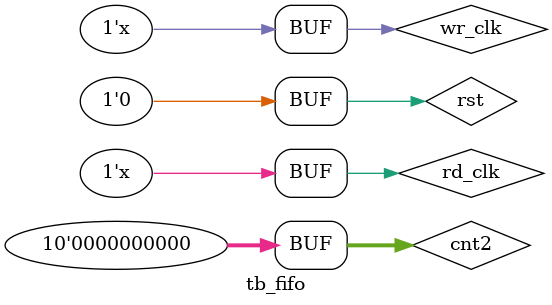
<source format=v>
`timescale 1ns / 1ps


module tb_fifo;

	// Inputs
	reg rst;
	reg wr_clk;
	reg rd_clk;
	reg [63:0] din;
	reg wr_en;
	reg rd_en;

	// Outputs
	wire [63:0] dout;
	wire full;
	wire empty;
	wire [9:0] rd_data_count;
	
	reg [9:0] cnt1;
	reg [9:0] cnt2;

	// Instantiate the Unit Under Test (UUT)
	fifo_i64_o64_1024 uut (
		.rst(rst), 
		.wr_clk(wr_clk), 
		.rd_clk(rd_clk), 
		.din(din), 
		.wr_en(wr_en), 
		.rd_en(rd_en), 
		.dout(dout), 
		.full(full), 
		.empty(empty), 
		.rd_data_count(rd_data_count)
	);

	initial begin
		// Initialize Inputs
		rst = 0;
		wr_clk = 0;
		rd_clk = 0;
		din = 0;
		wr_en = 0;
		rd_en = 0;
		cnt1=0;
		cnt2=0;

		// Wait 100 ns for global reset to finish
        
		// Add stimulus here

	end
	
	always #5 rd_clk=~rd_clk;
	
	always #5 wr_clk=~wr_clk;

	always @ ( posedge wr_clk)
	begin
		if(cnt1==30)
			cnt1<=0;
		else
			cnt1<=cnt1+1;
	end
	
	always @ ( posedge wr_clk )
	begin
		if((cnt1>=10)&&(cnt1<=20))
			begin
				wr_en	<=	1;
				rd_en	<=	1;
			end
		else
			begin
				wr_en	<=	0;
				rd_en	<=	0;
			end
	end
	
	always @ (posedge wr_clk)
	begin
		din<=din+1;
	end
	

	

      
endmodule


</source>
